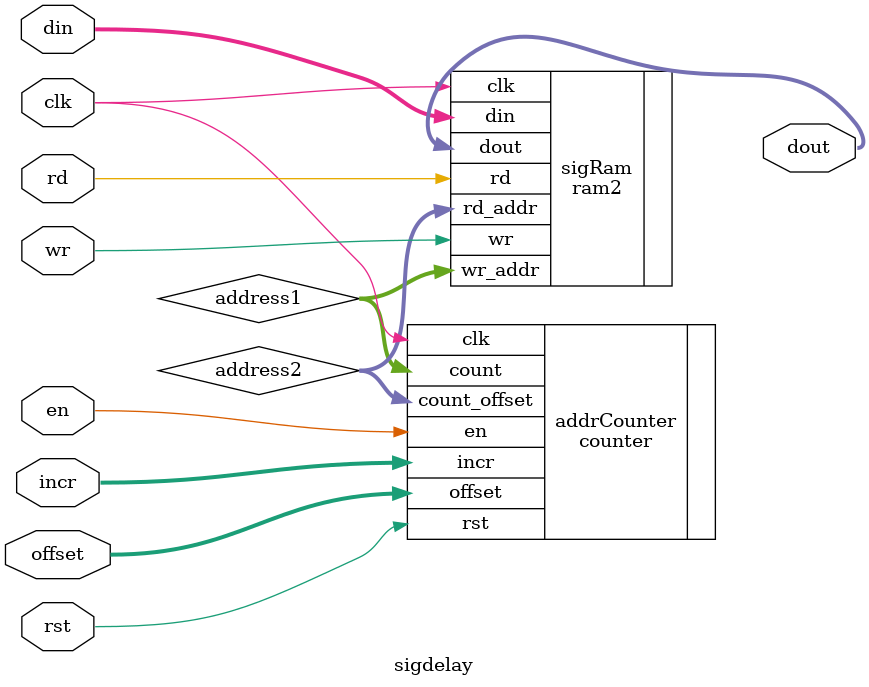
<source format=sv>
module sigdelay #(
    parameter   A_WIDTH=9,
                D_WIDTH=8


)(
    //interface signals
    input logic                 clk,     //clock
    input logic                 rst,     //reset
    input logic                 en,      //enable
    input logic                 wr,    //write enable 
    input logic                 rd,    //read enable 
    input logic [A_WIDTH-1:0]   incr,    //increment for addr counter
    input logic  [A_WIDTH-1:0] offset,   // offset input
    input logic [D_WIDTH-1:0]   din,     //input dataq  
    output logic [D_WIDTH-1:0]  dout     //output data

    

);


  
    logic [A_WIDTH-1:0]         address1;
    logic [A_WIDTH-1:0]         address2;


counter addrCounter (
    .clk (clk),
    .rst (rst),
    .en (en),
    .incr (incr),
    .offset (offset),
    .count (address1),
    .count_offset (address2)

);

ram2 sigRam (
    .clk (clk),
    .wr (wr),
    .rd (rd),
    .wr_addr (address1),
    .rd_addr (address2),
    .din (din),
    .dout (dout)
   
);

endmodule

</source>
